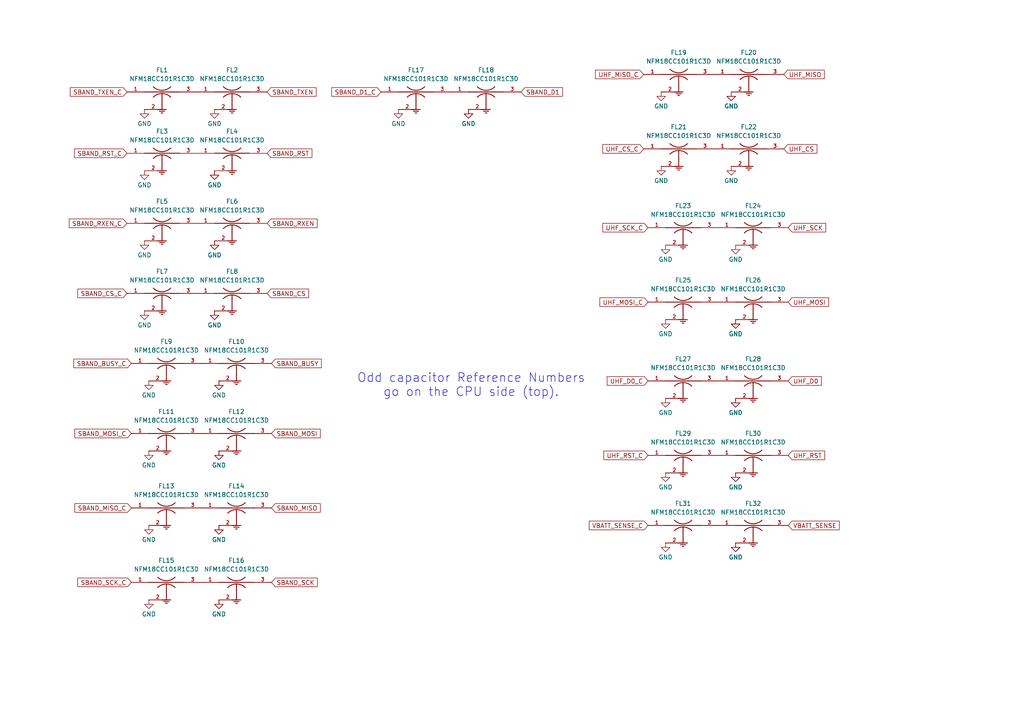
<source format=kicad_sch>
(kicad_sch (version 20250114) (generator "eeschema") (generator_version "9.0")
  (paper "A4")
  (lib_symbols
    (symbol "NFM18CC101R1C3D:NFM18CC101R1C3D" (pin_names (offset 1.016))
      (property "Reference" "FL" (at -5.08 2.54 0))
      (property "Value" "NFM18CC101R1C3D" (at -5.08 -10.16 0))
      (symbol "NFM18CC101R1C3D_0_0"
        (polyline (pts (xy -5.08 0) (xy 5.08 0)) (stroke (width 0.254)))
        (polyline (pts (xy -1.27 -5.08) (xy 1.27 -5.08)) (stroke (width 0.254)))
        (polyline (pts (xy -0.762 -5.588) (xy 0.762 -5.588)) (stroke (width 0.254)))
        (polyline (pts (xy -0.254 -6.096) (xy 0.254 -6.096)) (stroke (width 0.254)))
        (arc (start 2.54 1.524) (mid 0 0.4719) (end -2.54 1.524) (stroke (width 0.254)))
        (polyline (pts (xy 0 -0.508) (xy 0 -5.08)) (stroke (width 0.254)))
        (arc (start -2.54 -1.524) (mid 0 -0.4719) (end 2.54 -1.524) (stroke (width 0.254)))
        (pin input line (at -10.16 0 0) (length 5.08) (name "~") (number "1"))
        (pin power_in line (at -5.08 -5.08 0) (length 5.08) (name "~") (number "2"))
        (pin power_in line (at -5.08 -5.08 0) (length 5.08) (hide yes) (name "~") (number "2_1"))
        (pin power_in line (at -5.08 -5.08 0) (length 5.08) (hide yes) (name "~") (number "2_2"))
        (pin power_in line (at -5.08 -5.08 0) (length 5.08) (hide yes) (name "~") (number "2_3"))
        (pin power_in line (at -5.08 -5.08 0) (length 5.08) (hide yes) (name "~") (number "2_4"))
        (pin output line (at 10.16 0 180) (length 5.08) (name "~") (number "3"))
      )
    )
    (symbol "power:GND" (power) (pin_numbers (hide yes)) (pin_names (offset 0) (hide yes))
      (property "Value" "GND" (at 0 -3.81 0))
      (symbol "GND_0_1"
        (polyline (pts (xy 0 0) (xy 0 -1.27) (xy 1.27 -1.27) (xy 0 -2.54) (xy -1.27 -1.27) (xy 0 -1.27)))
      )
      (symbol "GND_1_1"
        (pin power_in line (at 0 0 270) (length 0) (name "~") (number "1"))
      )
    )
  )
  (text "Odd capacitor Reference Numbers\ngo on the CPU side (top)." (at 136.652 111.76 0) (effects (font (size 2.54 2.54))))
  (global_label "SBAND_TXEN" (shape input) (at 77.47 26.67 0) (property "Intersheetrefs" "${INTERSHEET_REFS}" (effects (hide yes))))
  (global_label "UHF_MISO" (shape input) (at 227.33 21.59 0) (property "Intersheetrefs" "${INTERSHEET_REFS}" (effects (hide yes))))
  (global_label "UHF_CS_C" (shape input) (at 186.69 43.18 180) (property "Intersheetrefs" "${INTERSHEET_REFS}" (effects (hide yes))))
  (global_label "UHF_SCK" (shape input) (at 228.6 66.04 0) (property "Intersheetrefs" "${INTERSHEET_REFS}" (effects (hide yes))))
  (global_label "SBAND_BUSY_C" (shape input) (at 38.1 105.41 180) (property "Intersheetrefs" "${INTERSHEET_REFS}" (effects (hide yes))))
  (global_label "VBATT_SENSE_C" (shape input) (at 187.96 152.4 180) (property "Intersheetrefs" "${INTERSHEET_REFS}" (effects (hide yes))))
  (global_label "UHF_CS" (shape input) (at 227.33 43.18 0) (property "Intersheetrefs" "${INTERSHEET_REFS}" (effects (hide yes))))
  (global_label "SBAND_CS_C" (shape input) (at 36.83 85.09 180) (property "Intersheetrefs" "${INTERSHEET_REFS}" (effects (hide yes))))
  (global_label "SBAND_MOSI_C" (shape input) (at 38.1 125.73 180) (property "Intersheetrefs" "${INTERSHEET_REFS}" (effects (hide yes))))
  (global_label "UHF_RST_C" (shape input) (at 187.96 132.08 180) (property "Intersheetrefs" "${INTERSHEET_REFS}" (effects (hide yes))))
  (global_label "SBAND_D1" (shape input) (at 151.13 26.67 0) (property "Intersheetrefs" "${INTERSHEET_REFS}" (effects (hide yes))))
  (global_label "SBAND_D1_C" (shape input) (at 110.49 26.67 180) (property "Intersheetrefs" "${INTERSHEET_REFS}" (effects (hide yes))))
  (global_label "UHF_MOSI" (shape input) (at 228.6 87.63 0) (property "Intersheetrefs" "${INTERSHEET_REFS}" (effects (hide yes))))
  (global_label "UHF_MISO_C" (shape input) (at 186.69 21.59 180) (property "Intersheetrefs" "${INTERSHEET_REFS}" (effects (hide yes))))
  (global_label "SBAND_RST_C" (shape input) (at 36.83 44.45 180) (property "Intersheetrefs" "${INTERSHEET_REFS}" (effects (hide yes))))
  (global_label "SBAND_RXEN_C" (shape input) (at 36.83 64.77 180) (property "Intersheetrefs" "${INTERSHEET_REFS}" (effects (hide yes))))
  (global_label "SBAND_MOSI" (shape input) (at 78.74 125.73 0) (property "Intersheetrefs" "${INTERSHEET_REFS}" (effects (hide yes))))
  (global_label "UHF_SCK_C" (shape input) (at 187.96 66.04 180) (property "Intersheetrefs" "${INTERSHEET_REFS}" (effects (hide yes))))
  (global_label "SBAND_RST" (shape input) (at 77.47 44.45 0) (property "Intersheetrefs" "${INTERSHEET_REFS}" (effects (hide yes))))
  (global_label "UHF_D0" (shape input) (at 228.6 110.49 0) (property "Intersheetrefs" "${INTERSHEET_REFS}" (effects (hide yes))))
  (global_label "SBAND_TXEN_C" (shape input) (at 36.83 26.67 180) (property "Intersheetrefs" "${INTERSHEET_REFS}" (effects (hide yes))))
  (global_label "UHF_D0_C" (shape input) (at 187.96 110.49 180) (property "Intersheetrefs" "${INTERSHEET_REFS}" (effects (hide yes))))
  (global_label "SBAND_SCK" (shape input) (at 78.74 168.91 0) (property "Intersheetrefs" "${INTERSHEET_REFS}" (effects (hide yes))))
  (global_label "UHF_RST" (shape input) (at 228.6 132.08 0) (property "Intersheetrefs" "${INTERSHEET_REFS}" (effects (hide yes))))
  (global_label "SBAND_SCK_C" (shape input) (at 38.1 168.91 180) (property "Intersheetrefs" "${INTERSHEET_REFS}" (effects (hide yes))))
  (global_label "SBAND_MISO_C" (shape input) (at 38.1 147.32 180) (property "Intersheetrefs" "${INTERSHEET_REFS}" (effects (hide yes))))
  (global_label "SBAND_MISO" (shape input) (at 78.74 147.32 0) (property "Intersheetrefs" "${INTERSHEET_REFS}" (effects (hide yes))))
  (global_label "SBAND_RXEN" (shape input) (at 77.47 64.77 0) (property "Intersheetrefs" "${INTERSHEET_REFS}" (effects (hide yes))))
  (global_label "SBAND_CS" (shape input) (at 77.47 85.09 0) (property "Intersheetrefs" "${INTERSHEET_REFS}" (effects (hide yes))))
  (global_label "VBATT_SENSE" (shape input) (at 228.6 152.4 0) (property "Intersheetrefs" "${INTERSHEET_REFS}" (effects (hide yes))))
  (global_label "SBAND_BUSY" (shape input) (at 78.74 105.41 0) (property "Intersheetrefs" "${INTERSHEET_REFS}" (effects (hide yes))))
  (global_label "UHF_MOSI_C" (shape input) (at 187.96 87.63 180) (property "Intersheetrefs" "${INTERSHEET_REFS}" (effects (hide yes))))
  (symbol (lib_id "NFM18CC101R1C3D:NFM18CC101R1C3D") (at 217.17 21.59 0) (unit 1)
    (property "Reference" "FL20" (at 217.17 15.24 0))
    (property "Value" "NFM18CC101R1C3D" (at 217.17 17.78 0))
    (property "Footprint" "NFM18CC101R1C3D:FIL_NFM18CC101R1C3D" (effects (hide yes)))
    (property "DigiKey_Part_Number" "490-6961-1-ND" (effects (hide yes)))
    (property "MF" "Murata Electronics" (effects (hide yes)))
    (property "DESCRIPTION" "Cap Feed Through 220pF 16VDC 20% Flat 0603 125C" (effects (hide yes)))
    (property "PACKAGE" "0603 Murata" (effects (hide yes)))
    (property "PRICE" "None" (effects (hide yes)))
    (property "Package" "NONSTANDARD" (effects (hide yes)))
    (property "Check_prices" "https://www.snapeda.com/parts/NFM18CC101R1C3D/Murata+Electronics+North+America/view-part/?ref=eda" (effects (hide yes)))
    (property "SnapEDA_Link" "https://www.snapeda.com/parts/NFM18CC101R1C3D/Murata+Electronics+North+America/view-part/?ref=snap" (effects (hide yes)))
    (property "MP" "NFM18CC101R1C3D" (effects (hide yes)))
    (property "AVAILABILITY" "Unavailable" (effects (hide yes)))
    (property "Description_1" "100 pF Feed Through Capacitor 16V 500 mA 300mOhm 0603 (1608 Metric), 3 PC Pad" (effects (hide yes)))
  )
  (symbol (lib_id "power:GND") (at 62.23 69.85 0) (unit 1)
    (property "Reference" "#PWR027" (effects (hide yes)))
    (property "Value" "GND" (at 62.23 73.9855 0))
    (property "Description" "Power symbol creates a global label with name \"GND\" , ground" (effects (hide yes)))
  )
  (symbol (lib_id "power:GND") (at 193.04 157.48 0) (unit 1)
    (property "Reference" "#PWR060" (effects (hide yes)))
    (property "Value" "GND" (at 193.04 161.6155 0))
    (property "Description" "Power symbol creates a global label with name \"GND\" , ground" (effects (hide yes)))
  )
  (symbol (lib_id "power:GND") (at 63.5 173.99 0) (unit 1)
    (property "Reference" "#PWR053" (effects (hide yes)))
    (property "Value" "GND" (at 63.5 178.1255 0))
    (property "Description" "Power symbol creates a global label with name \"GND\" , ground" (effects (hide yes)))
  )
  (symbol (lib_id "NFM18CC101R1C3D:NFM18CC101R1C3D") (at 198.12 110.49 0) (unit 1)
    (property "Reference" "FL27" (at 198.12 104.14 0))
    (property "Value" "NFM18CC101R1C3D" (at 198.12 106.68 0))
    (property "Footprint" "NFM18CC101R1C3D:FIL_NFM18CC101R1C3D" (effects (hide yes)))
    (property "DigiKey_Part_Number" "490-6961-1-ND" (effects (hide yes)))
    (property "MF" "Murata Electronics" (effects (hide yes)))
    (property "DESCRIPTION" "Cap Feed Through 220pF 16VDC 20% Flat 0603 125C" (effects (hide yes)))
    (property "PACKAGE" "0603 Murata" (effects (hide yes)))
    (property "PRICE" "None" (effects (hide yes)))
    (property "Package" "NONSTANDARD" (effects (hide yes)))
    (property "Check_prices" "https://www.snapeda.com/parts/NFM18CC101R1C3D/Murata+Electronics+North+America/view-part/?ref=eda" (effects (hide yes)))
    (property "SnapEDA_Link" "https://www.snapeda.com/parts/NFM18CC101R1C3D/Murata+Electronics+North+America/view-part/?ref=snap" (effects (hide yes)))
    (property "MP" "NFM18CC101R1C3D" (effects (hide yes)))
    (property "AVAILABILITY" "Unavailable" (effects (hide yes)))
    (property "Description_1" "100 pF Feed Through Capacitor 16V 500 mA 300mOhm 0603 (1608 Metric), 3 PC Pad" (effects (hide yes)))
  )
  (symbol (lib_id "NFM18CC101R1C3D:NFM18CC101R1C3D") (at 218.44 87.63 0) (unit 1)
    (property "Reference" "FL26" (at 218.44 81.28 0))
    (property "Value" "NFM18CC101R1C3D" (at 218.44 83.82 0))
    (property "Footprint" "NFM18CC101R1C3D:FIL_NFM18CC101R1C3D" (effects (hide yes)))
    (property "DigiKey_Part_Number" "490-6961-1-ND" (effects (hide yes)))
    (property "MF" "Murata Electronics" (effects (hide yes)))
    (property "DESCRIPTION" "Cap Feed Through 220pF 16VDC 20% Flat 0603 125C" (effects (hide yes)))
    (property "PACKAGE" "0603 Murata" (effects (hide yes)))
    (property "PRICE" "None" (effects (hide yes)))
    (property "Package" "NONSTANDARD" (effects (hide yes)))
    (property "Check_prices" "https://www.snapeda.com/parts/NFM18CC101R1C3D/Murata+Electronics+North+America/view-part/?ref=eda" (effects (hide yes)))
    (property "SnapEDA_Link" "https://www.snapeda.com/parts/NFM18CC101R1C3D/Murata+Electronics+North+America/view-part/?ref=snap" (effects (hide yes)))
    (property "MP" "NFM18CC101R1C3D" (effects (hide yes)))
    (property "AVAILABILITY" "Unavailable" (effects (hide yes)))
    (property "Description_1" "100 pF Feed Through Capacitor 16V 500 mA 300mOhm 0603 (1608 Metric), 3 PC Pad" (effects (hide yes)))
  )
  (symbol (lib_id "power:GND") (at 43.18 152.4 0) (unit 1)
    (property "Reference" "#PWR049" (effects (hide yes)))
    (property "Value" "GND" (at 43.18 156.5355 0))
    (property "Description" "Power symbol creates a global label with name \"GND\" , ground" (effects (hide yes)))
  )
  (symbol (lib_id "NFM18CC101R1C3D:NFM18CC101R1C3D") (at 217.17 43.18 0) (unit 1)
    (property "Reference" "FL22" (at 217.17 36.83 0))
    (property "Value" "NFM18CC101R1C3D" (at 217.17 39.37 0))
    (property "Footprint" "NFM18CC101R1C3D:FIL_NFM18CC101R1C3D" (effects (hide yes)))
    (property "DigiKey_Part_Number" "490-6961-1-ND" (effects (hide yes)))
    (property "MF" "Murata Electronics" (effects (hide yes)))
    (property "DESCRIPTION" "Cap Feed Through 220pF 16VDC 20% Flat 0603 125C" (effects (hide yes)))
    (property "PACKAGE" "0603 Murata" (effects (hide yes)))
    (property "PRICE" "None" (effects (hide yes)))
    (property "Package" "NONSTANDARD" (effects (hide yes)))
    (property "Check_prices" "https://www.snapeda.com/parts/NFM18CC101R1C3D/Murata+Electronics+North+America/view-part/?ref=eda" (effects (hide yes)))
    (property "SnapEDA_Link" "https://www.snapeda.com/parts/NFM18CC101R1C3D/Murata+Electronics+North+America/view-part/?ref=snap" (effects (hide yes)))
    (property "MP" "NFM18CC101R1C3D" (effects (hide yes)))
    (property "AVAILABILITY" "Unavailable" (effects (hide yes)))
    (property "Description_1" "100 pF Feed Through Capacitor 16V 500 mA 300mOhm 0603 (1608 Metric), 3 PC Pad" (effects (hide yes)))
  )
  (symbol (lib_id "power:GND") (at 62.23 90.17 0) (unit 1)
    (property "Reference" "#PWR032" (effects (hide yes)))
    (property "Value" "GND" (at 62.23 94.3055 0))
    (property "Description" "Power symbol creates a global label with name \"GND\" , ground" (effects (hide yes)))
  )
  (symbol (lib_id "power:GND") (at 63.5 152.4 0) (unit 1)
    (property "Reference" "#PWR050" (effects (hide yes)))
    (property "Value" "GND" (at 63.5 156.5355 0))
    (property "Description" "Power symbol creates a global label with name \"GND\" , ground" (effects (hide yes)))
  )
  (symbol (lib_id "power:GND") (at 213.36 71.12 0) (unit 1)
    (property "Reference" "#PWR030" (effects (hide yes)))
    (property "Value" "GND" (at 213.36 75.2555 0))
    (property "Description" "Power symbol creates a global label with name \"GND\" , ground" (effects (hide yes)))
  )
  (symbol (lib_id "power:GND") (at 41.91 69.85 0) (unit 1)
    (property "Reference" "#PWR024" (effects (hide yes)))
    (property "Value" "GND" (at 41.91 73.9855 0))
    (property "Description" "Power symbol creates a global label with name \"GND\" , ground" (effects (hide yes)))
  )
  (symbol (lib_id "NFM18CC101R1C3D:NFM18CC101R1C3D") (at 198.12 87.63 0) (unit 1)
    (property "Reference" "FL25" (at 198.12 81.28 0))
    (property "Value" "NFM18CC101R1C3D" (at 198.12 83.82 0))
    (property "Footprint" "NFM18CC101R1C3D:FIL_NFM18CC101R1C3D" (effects (hide yes)))
    (property "DigiKey_Part_Number" "490-6961-1-ND" (effects (hide yes)))
    (property "MF" "Murata Electronics" (effects (hide yes)))
    (property "DESCRIPTION" "Cap Feed Through 220pF 16VDC 20% Flat 0603 125C" (effects (hide yes)))
    (property "PACKAGE" "0603 Murata" (effects (hide yes)))
    (property "PRICE" "None" (effects (hide yes)))
    (property "Package" "NONSTANDARD" (effects (hide yes)))
    (property "Check_prices" "https://www.snapeda.com/parts/NFM18CC101R1C3D/Murata+Electronics+North+America/view-part/?ref=eda" (effects (hide yes)))
    (property "SnapEDA_Link" "https://www.snapeda.com/parts/NFM18CC101R1C3D/Murata+Electronics+North+America/view-part/?ref=snap" (effects (hide yes)))
    (property "MP" "NFM18CC101R1C3D" (effects (hide yes)))
    (property "AVAILABILITY" "Unavailable" (effects (hide yes)))
    (property "Description_1" "100 pF Feed Through Capacitor 16V 500 mA 300mOhm 0603 (1608 Metric), 3 PC Pad" (effects (hide yes)))
  )
  (symbol (lib_id "NFM18CC101R1C3D:NFM18CC101R1C3D") (at 67.31 64.77 0) (unit 1)
    (property "Reference" "FL6" (at 67.31 58.42 0))
    (property "Value" "NFM18CC101R1C3D" (at 67.31 60.96 0))
    (property "Footprint" "NFM18CC101R1C3D:FIL_NFM18CC101R1C3D" (effects (hide yes)))
    (property "DigiKey_Part_Number" "490-6961-1-ND" (effects (hide yes)))
    (property "MF" "Murata Electronics" (effects (hide yes)))
    (property "DESCRIPTION" "Cap Feed Through 220pF 16VDC 20% Flat 0603 125C" (effects (hide yes)))
    (property "PACKAGE" "0603 Murata" (effects (hide yes)))
    (property "PRICE" "None" (effects (hide yes)))
    (property "Package" "NONSTANDARD" (effects (hide yes)))
    (property "Check_prices" "https://www.snapeda.com/parts/NFM18CC101R1C3D/Murata+Electronics+North+America/view-part/?ref=eda" (effects (hide yes)))
    (property "SnapEDA_Link" "https://www.snapeda.com/parts/NFM18CC101R1C3D/Murata+Electronics+North+America/view-part/?ref=snap" (effects (hide yes)))
    (property "MP" "NFM18CC101R1C3D" (effects (hide yes)))
    (property "AVAILABILITY" "Unavailable" (effects (hide yes)))
    (property "Description_1" "100 pF Feed Through Capacitor 16V 500 mA 300mOhm 0603 (1608 Metric), 3 PC Pad" (effects (hide yes)))
  )
  (symbol (lib_id "power:GND") (at 213.36 92.71 0) (unit 1)
    (property "Reference" "#PWR037" (effects (hide yes)))
    (property "Value" "GND" (at 213.36 96.8455 0))
    (property "Description" "Power symbol creates a global label with name \"GND\" , ground" (effects (hide yes)))
  )
  (symbol (lib_id "power:GND") (at 41.91 31.75 0) (unit 1)
    (property "Reference" "#PWR015" (effects (hide yes)))
    (property "Value" "GND" (at 41.91 35.8855 0))
    (property "Description" "Power symbol creates a global label with name \"GND\" , ground" (effects (hide yes)))
  )
  (symbol (lib_id "power:GND") (at 213.36 92.71 0) (unit 1)
    (property "Reference" "#PWR038" (effects (hide yes)))
    (property "Value" "GND" (at 213.36 96.8455 0))
    (property "Description" "Power symbol creates a global label with name \"GND\" , ground" (effects (hide yes)))
  )
  (symbol (lib_id "power:GND") (at 63.5 130.81 0) (unit 1)
    (property "Reference" "#PWR046" (effects (hide yes)))
    (property "Value" "GND" (at 63.5 134.9455 0))
    (property "Description" "Power symbol creates a global label with name \"GND\" , ground" (effects (hide yes)))
  )
  (symbol (lib_id "power:GND") (at 193.04 115.57 0) (unit 1)
    (property "Reference" "#PWR043" (effects (hide yes)))
    (property "Value" "GND" (at 193.04 119.7055 0))
    (property "Description" "Power symbol creates a global label with name \"GND\" , ground" (effects (hide yes)))
  )
  (symbol (lib_id "NFM18CC101R1C3D:NFM18CC101R1C3D") (at 67.31 85.09 0) (unit 1)
    (property "Reference" "FL8" (at 67.31 78.74 0))
    (property "Value" "NFM18CC101R1C3D" (at 67.31 81.28 0))
    (property "Footprint" "NFM18CC101R1C3D:FIL_NFM18CC101R1C3D" (effects (hide yes)))
    (property "DigiKey_Part_Number" "490-6961-1-ND" (effects (hide yes)))
    (property "MF" "Murata Electronics" (effects (hide yes)))
    (property "DESCRIPTION" "Cap Feed Through 220pF 16VDC 20% Flat 0603 125C" (effects (hide yes)))
    (property "PACKAGE" "0603 Murata" (effects (hide yes)))
    (property "PRICE" "None" (effects (hide yes)))
    (property "Package" "NONSTANDARD" (effects (hide yes)))
    (property "Check_prices" "https://www.snapeda.com/parts/NFM18CC101R1C3D/Murata+Electronics+North+America/view-part/?ref=eda" (effects (hide yes)))
    (property "SnapEDA_Link" "https://www.snapeda.com/parts/NFM18CC101R1C3D/Murata+Electronics+North+America/view-part/?ref=snap" (effects (hide yes)))
    (property "MP" "NFM18CC101R1C3D" (effects (hide yes)))
    (property "AVAILABILITY" "Unavailable" (effects (hide yes)))
    (property "Description_1" "100 pF Feed Through Capacitor 16V 500 mA 300mOhm 0603 (1608 Metric), 3 PC Pad" (effects (hide yes)))
  )
  (symbol (lib_id "power:GND") (at 62.23 69.85 0) (unit 1)
    (property "Reference" "#PWR028" (effects (hide yes)))
    (property "Value" "GND" (at 62.23 73.9855 0))
    (property "Description" "Power symbol creates a global label with name \"GND\" , ground" (effects (hide yes)))
  )
  (symbol (lib_id "NFM18CC101R1C3D:NFM18CC101R1C3D") (at 218.44 66.04 0) (unit 1)
    (property "Reference" "FL24" (at 218.44 59.69 0))
    (property "Value" "NFM18CC101R1C3D" (at 218.44 62.23 0))
    (property "Footprint" "NFM18CC101R1C3D:FIL_NFM18CC101R1C3D" (effects (hide yes)))
    (property "DigiKey_Part_Number" "490-6961-1-ND" (effects (hide yes)))
    (property "MF" "Murata Electronics" (effects (hide yes)))
    (property "DESCRIPTION" "Cap Feed Through 220pF 16VDC 20% Flat 0603 125C" (effects (hide yes)))
    (property "PACKAGE" "0603 Murata" (effects (hide yes)))
    (property "PRICE" "None" (effects (hide yes)))
    (property "Package" "NONSTANDARD" (effects (hide yes)))
    (property "Check_prices" "https://www.snapeda.com/parts/NFM18CC101R1C3D/Murata+Electronics+North+America/view-part/?ref=eda" (effects (hide yes)))
    (property "SnapEDA_Link" "https://www.snapeda.com/parts/NFM18CC101R1C3D/Murata+Electronics+North+America/view-part/?ref=snap" (effects (hide yes)))
    (property "MP" "NFM18CC101R1C3D" (effects (hide yes)))
    (property "AVAILABILITY" "Unavailable" (effects (hide yes)))
    (property "Description_1" "100 pF Feed Through Capacitor 16V 500 mA 300mOhm 0603 (1608 Metric), 3 PC Pad" (effects (hide yes)))
  )
  (symbol (lib_id "NFM18CC101R1C3D:NFM18CC101R1C3D") (at 48.26 105.41 0) (unit 1)
    (property "Reference" "FL9" (at 48.26 99.06 0))
    (property "Value" "NFM18CC101R1C3D" (at 48.26 101.6 0))
    (property "Footprint" "NFM18CC101R1C3D:FIL_NFM18CC101R1C3D" (effects (hide yes)))
    (property "DigiKey_Part_Number" "490-6961-1-ND" (effects (hide yes)))
    (property "MF" "Murata Electronics" (effects (hide yes)))
    (property "DESCRIPTION" "Cap Feed Through 220pF 16VDC 20% Flat 0603 125C" (effects (hide yes)))
    (property "PACKAGE" "0603 Murata" (effects (hide yes)))
    (property "PRICE" "None" (effects (hide yes)))
    (property "Package" "NONSTANDARD" (effects (hide yes)))
    (property "Check_prices" "https://www.snapeda.com/parts/NFM18CC101R1C3D/Murata+Electronics+North+America/view-part/?ref=eda" (effects (hide yes)))
    (property "SnapEDA_Link" "https://www.snapeda.com/parts/NFM18CC101R1C3D/Murata+Electronics+North+America/view-part/?ref=snap" (effects (hide yes)))
    (property "MP" "NFM18CC101R1C3D" (effects (hide yes)))
    (property "AVAILABILITY" "Unavailable" (effects (hide yes)))
    (property "Description_1" "100 pF Feed Through Capacitor 16V 500 mA 300mOhm 0603 (1608 Metric), 3 PC Pad" (effects (hide yes)))
  )
  (symbol (lib_id "NFM18CC101R1C3D:NFM18CC101R1C3D") (at 67.31 26.67 0) (unit 1)
    (property "Reference" "FL2" (at 67.31 20.32 0))
    (property "Value" "NFM18CC101R1C3D" (at 67.31 22.86 0))
    (property "Footprint" "NFM18CC101R1C3D:FIL_NFM18CC101R1C3D" (effects (hide yes)))
    (property "DigiKey_Part_Number" "490-6961-1-ND" (effects (hide yes)))
    (property "MF" "Murata Electronics" (effects (hide yes)))
    (property "DESCRIPTION" "Cap Feed Through 220pF 16VDC 20% Flat 0603 125C" (effects (hide yes)))
    (property "PACKAGE" "0603 Murata" (effects (hide yes)))
    (property "PRICE" "None" (effects (hide yes)))
    (property "Package" "NONSTANDARD" (effects (hide yes)))
    (property "Check_prices" "https://www.snapeda.com/parts/NFM18CC101R1C3D/Murata+Electronics+North+America/view-part/?ref=eda" (effects (hide yes)))
    (property "SnapEDA_Link" "https://www.snapeda.com/parts/NFM18CC101R1C3D/Murata+Electronics+North+America/view-part/?ref=snap" (effects (hide yes)))
    (property "MP" "NFM18CC101R1C3D" (effects (hide yes)))
    (property "AVAILABILITY" "Unavailable" (effects (hide yes)))
    (property "Description_1" "100 pF Feed Through Capacitor 16V 500 mA 300mOhm 0603 (1608 Metric), 3 PC Pad" (effects (hide yes)))
  )
  (symbol (lib_id "power:GND") (at 191.77 48.26 0) (unit 1)
    (property "Reference" "#PWR021" (effects (hide yes)))
    (property "Value" "GND" (at 191.77 52.3955 0))
    (property "Description" "Power symbol creates a global label with name \"GND\" , ground" (effects (hide yes)))
  )
  (symbol (lib_id "power:GND") (at 213.36 157.48 0) (unit 1)
    (property "Reference" "#PWR061" (effects (hide yes)))
    (property "Value" "GND" (at 213.36 161.6155 0))
    (property "Description" "Power symbol creates a global label with name \"GND\" , ground" (effects (hide yes)))
  )
  (symbol (lib_id "power:GND") (at 63.5 130.81 0) (unit 1)
    (property "Reference" "#PWR048" (effects (hide yes)))
    (property "Value" "GND" (at 63.5 134.9455 0))
    (property "Description" "Power symbol creates a global label with name \"GND\" , ground" (effects (hide yes)))
  )
  (symbol (lib_id "power:GND") (at 212.09 26.67 0) (unit 1)
    (property "Reference" "#PWR014" (effects (hide yes)))
    (property "Value" "GND" (at 212.09 30.8055 0))
    (property "Description" "Power symbol creates a global label with name \"GND\" , ground" (effects (hide yes)))
  )
  (symbol (lib_id "power:GND") (at 63.5 173.99 0) (unit 1)
    (property "Reference" "#PWR054" (effects (hide yes)))
    (property "Value" "GND" (at 63.5 178.1255 0))
    (property "Description" "Power symbol creates a global label with name \"GND\" , ground" (effects (hide yes)))
  )
  (symbol (lib_id "power:GND") (at 135.89 31.75 0) (unit 1)
    (property "Reference" "#PWR018" (effects (hide yes)))
    (property "Value" "GND" (at 135.89 35.8855 0))
    (property "Description" "Power symbol creates a global label with name \"GND\" , ground" (effects (hide yes)))
  )
  (symbol (lib_id "power:GND") (at 62.23 49.53 0) (unit 1)
    (property "Reference" "#PWR022" (effects (hide yes)))
    (property "Value" "GND" (at 62.23 53.6655 0))
    (property "Description" "Power symbol creates a global label with name \"GND\" , ground" (effects (hide yes)))
  )
  (symbol (lib_id "NFM18CC101R1C3D:NFM18CC101R1C3D") (at 196.85 21.59 0) (unit 1)
    (property "Reference" "FL19" (at 196.85 15.24 0))
    (property "Value" "NFM18CC101R1C3D" (at 196.85 17.78 0))
    (property "Footprint" "NFM18CC101R1C3D:FIL_NFM18CC101R1C3D" (effects (hide yes)))
    (property "DigiKey_Part_Number" "490-6961-1-ND" (effects (hide yes)))
    (property "MF" "Murata Electronics" (effects (hide yes)))
    (property "DESCRIPTION" "Cap Feed Through 220pF 16VDC 20% Flat 0603 125C" (effects (hide yes)))
    (property "PACKAGE" "0603 Murata" (effects (hide yes)))
    (property "PRICE" "None" (effects (hide yes)))
    (property "Package" "NONSTANDARD" (effects (hide yes)))
    (property "Check_prices" "https://www.snapeda.com/parts/NFM18CC101R1C3D/Murata+Electronics+North+America/view-part/?ref=eda" (effects (hide yes)))
    (property "SnapEDA_Link" "https://www.snapeda.com/parts/NFM18CC101R1C3D/Murata+Electronics+North+America/view-part/?ref=snap" (effects (hide yes)))
    (property "MP" "NFM18CC101R1C3D" (effects (hide yes)))
    (property "AVAILABILITY" "Unavailable" (effects (hide yes)))
    (property "Description_1" "100 pF Feed Through Capacitor 16V 500 mA 300mOhm 0603 (1608 Metric), 3 PC Pad" (effects (hide yes)))
  )
  (symbol (lib_id "NFM18CC101R1C3D:NFM18CC101R1C3D") (at 196.85 43.18 0) (unit 1)
    (property "Reference" "FL21" (at 196.85 36.83 0))
    (property "Value" "NFM18CC101R1C3D" (at 196.85 39.37 0))
    (property "Footprint" "NFM18CC101R1C3D:FIL_NFM18CC101R1C3D" (effects (hide yes)))
    (property "DigiKey_Part_Number" "490-6961-1-ND" (effects (hide yes)))
    (property "MF" "Murata Electronics" (effects (hide yes)))
    (property "DESCRIPTION" "Cap Feed Through 220pF 16VDC 20% Flat 0603 125C" (effects (hide yes)))
    (property "PACKAGE" "0603 Murata" (effects (hide yes)))
    (property "PRICE" "None" (effects (hide yes)))
    (property "Package" "NONSTANDARD" (effects (hide yes)))
    (property "Check_prices" "https://www.snapeda.com/parts/NFM18CC101R1C3D/Murata+Electronics+North+America/view-part/?ref=eda" (effects (hide yes)))
    (property "SnapEDA_Link" "https://www.snapeda.com/parts/NFM18CC101R1C3D/Murata+Electronics+North+America/view-part/?ref=snap" (effects (hide yes)))
    (property "MP" "NFM18CC101R1C3D" (effects (hide yes)))
    (property "AVAILABILITY" "Unavailable" (effects (hide yes)))
    (property "Description_1" "100 pF Feed Through Capacitor 16V 500 mA 300mOhm 0603 (1608 Metric), 3 PC Pad" (effects (hide yes)))
  )
  (symbol (lib_id "NFM18CC101R1C3D:NFM18CC101R1C3D") (at 46.99 85.09 0) (unit 1)
    (property "Reference" "FL7" (at 46.99 78.74 0))
    (property "Value" "NFM18CC101R1C3D" (at 46.99 81.28 0))
    (property "Footprint" "NFM18CC101R1C3D:FIL_NFM18CC101R1C3D" (effects (hide yes)))
    (property "DigiKey_Part_Number" "490-6961-1-ND" (effects (hide yes)))
    (property "MF" "Murata Electronics" (effects (hide yes)))
    (property "DESCRIPTION" "Cap Feed Through 220pF 16VDC 20% Flat 0603 125C" (effects (hide yes)))
    (property "PACKAGE" "0603 Murata" (effects (hide yes)))
    (property "PRICE" "None" (effects (hide yes)))
    (property "Package" "NONSTANDARD" (effects (hide yes)))
    (property "Check_prices" "https://www.snapeda.com/parts/NFM18CC101R1C3D/Murata+Electronics+North+America/view-part/?ref=eda" (effects (hide yes)))
    (property "SnapEDA_Link" "https://www.snapeda.com/parts/NFM18CC101R1C3D/Murata+Electronics+North+America/view-part/?ref=snap" (effects (hide yes)))
    (property "MP" "NFM18CC101R1C3D" (effects (hide yes)))
    (property "AVAILABILITY" "Unavailable" (effects (hide yes)))
    (property "Description_1" "100 pF Feed Through Capacitor 16V 500 mA 300mOhm 0603 (1608 Metric), 3 PC Pad" (effects (hide yes)))
  )
  (symbol (lib_id "NFM18CC101R1C3D:NFM18CC101R1C3D") (at 68.58 168.91 0) (unit 1)
    (property "Reference" "FL16" (at 68.58 162.56 0))
    (property "Value" "NFM18CC101R1C3D" (at 68.58 165.1 0))
    (property "Footprint" "NFM18CC101R1C3D:FIL_NFM18CC101R1C3D" (effects (hide yes)))
    (property "DigiKey_Part_Number" "490-6961-1-ND" (effects (hide yes)))
    (property "MF" "Murata Electronics" (effects (hide yes)))
    (property "DESCRIPTION" "Cap Feed Through 220pF 16VDC 20% Flat 0603 125C" (effects (hide yes)))
    (property "PACKAGE" "0603 Murata" (effects (hide yes)))
    (property "PRICE" "None" (effects (hide yes)))
    (property "Package" "NONSTANDARD" (effects (hide yes)))
    (property "Check_prices" "https://www.snapeda.com/parts/NFM18CC101R1C3D/Murata+Electronics+North+America/view-part/?ref=eda" (effects (hide yes)))
    (property "SnapEDA_Link" "https://www.snapeda.com/parts/NFM18CC101R1C3D/Murata+Electronics+North+America/view-part/?ref=snap" (effects (hide yes)))
    (property "MP" "NFM18CC101R1C3D" (effects (hide yes)))
    (property "AVAILABILITY" "Unavailable" (effects (hide yes)))
    (property "Description_1" "100 pF Feed Through Capacitor 16V 500 mA 300mOhm 0603 (1608 Metric), 3 PC Pad" (effects (hide yes)))
  )
  (symbol (lib_id "NFM18CC101R1C3D:NFM18CC101R1C3D") (at 46.99 44.45 0) (unit 1)
    (property "Reference" "FL3" (at 46.99 38.1 0))
    (property "Value" "NFM18CC101R1C3D" (at 46.99 40.64 0))
    (property "Footprint" "NFM18CC101R1C3D:FIL_NFM18CC101R1C3D" (effects (hide yes)))
    (property "DigiKey_Part_Number" "490-6961-1-ND" (effects (hide yes)))
    (property "MF" "Murata Electronics" (effects (hide yes)))
    (property "DESCRIPTION" "Cap Feed Through 220pF 16VDC 20% Flat 0603 125C" (effects (hide yes)))
    (property "PACKAGE" "0603 Murata" (effects (hide yes)))
    (property "PRICE" "None" (effects (hide yes)))
    (property "Package" "NONSTANDARD" (effects (hide yes)))
    (property "Check_prices" "https://www.snapeda.com/parts/NFM18CC101R1C3D/Murata+Electronics+North+America/view-part/?ref=eda" (effects (hide yes)))
    (property "SnapEDA_Link" "https://www.snapeda.com/parts/NFM18CC101R1C3D/Murata+Electronics+North+America/view-part/?ref=snap" (effects (hide yes)))
    (property "MP" "NFM18CC101R1C3D" (effects (hide yes)))
    (property "AVAILABILITY" "Unavailable" (effects (hide yes)))
    (property "Description_1" "100 pF Feed Through Capacitor 16V 500 mA 300mOhm 0603 (1608 Metric), 3 PC Pad" (effects (hide yes)))
  )
  (symbol (lib_id "NFM18CC101R1C3D:NFM18CC101R1C3D") (at 140.97 26.67 0) (unit 1)
    (property "Reference" "FL18" (at 140.97 20.32 0))
    (property "Value" "NFM18CC101R1C3D" (at 140.97 22.86 0))
    (property "Footprint" "NFM18CC101R1C3D:FIL_NFM18CC101R1C3D" (effects (hide yes)))
    (property "DigiKey_Part_Number" "490-6961-1-ND" (effects (hide yes)))
    (property "MF" "Murata Electronics" (effects (hide yes)))
    (property "DESCRIPTION" "Cap Feed Through 220pF 16VDC 20% Flat 0603 125C" (effects (hide yes)))
    (property "PACKAGE" "0603 Murata" (effects (hide yes)))
    (property "PRICE" "None" (effects (hide yes)))
    (property "Package" "NONSTANDARD" (effects (hide yes)))
    (property "Check_prices" "https://www.snapeda.com/parts/NFM18CC101R1C3D/Murata+Electronics+North+America/view-part/?ref=eda" (effects (hide yes)))
    (property "SnapEDA_Link" "https://www.snapeda.com/parts/NFM18CC101R1C3D/Murata+Electronics+North+America/view-part/?ref=snap" (effects (hide yes)))
    (property "MP" "NFM18CC101R1C3D" (effects (hide yes)))
    (property "AVAILABILITY" "Unavailable" (effects (hide yes)))
    (property "Description_1" "100 pF Feed Through Capacitor 16V 500 mA 300mOhm 0603 (1608 Metric), 3 PC Pad" (effects (hide yes)))
  )
  (symbol (lib_id "NFM18CC101R1C3D:NFM18CC101R1C3D") (at 198.12 132.08 0) (unit 1)
    (property "Reference" "FL29" (at 198.12 125.73 0))
    (property "Value" "NFM18CC101R1C3D" (at 198.12 128.27 0))
    (property "Footprint" "NFM18CC101R1C3D:FIL_NFM18CC101R1C3D" (effects (hide yes)))
    (property "DigiKey_Part_Number" "490-6961-1-ND" (effects (hide yes)))
    (property "MF" "Murata Electronics" (effects (hide yes)))
    (property "DESCRIPTION" "Cap Feed Through 220pF 16VDC 20% Flat 0603 125C" (effects (hide yes)))
    (property "PACKAGE" "0603 Murata" (effects (hide yes)))
    (property "PRICE" "None" (effects (hide yes)))
    (property "Package" "NONSTANDARD" (effects (hide yes)))
    (property "Check_prices" "https://www.snapeda.com/parts/NFM18CC101R1C3D/Murata+Electronics+North+America/view-part/?ref=eda" (effects (hide yes)))
    (property "SnapEDA_Link" "https://www.snapeda.com/parts/NFM18CC101R1C3D/Murata+Electronics+North+America/view-part/?ref=snap" (effects (hide yes)))
    (property "MP" "NFM18CC101R1C3D" (effects (hide yes)))
    (property "AVAILABILITY" "Unavailable" (effects (hide yes)))
    (property "Description_1" "100 pF Feed Through Capacitor 16V 500 mA 300mOhm 0603 (1608 Metric), 3 PC Pad" (effects (hide yes)))
  )
  (symbol (lib_id "power:GND") (at 63.5 152.4 0) (unit 1)
    (property "Reference" "#PWR051" (effects (hide yes)))
    (property "Value" "GND" (at 63.5 156.5355 0))
    (property "Description" "Power symbol creates a global label with name \"GND\" , ground" (effects (hide yes)))
  )
  (symbol (lib_id "power:GND") (at 63.5 110.49 0) (unit 1)
    (property "Reference" "#PWR039" (effects (hide yes)))
    (property "Value" "GND" (effects (hide yes)))
    (property "Description" "Power symbol creates a global label with name \"GND\" , ground" (effects (hide yes)))
  )
  (symbol (lib_id "power:GND") (at 43.18 110.49 0) (unit 1)
    (property "Reference" "#PWR036" (effects (hide yes)))
    (property "Value" "GND" (at 43.18 114.6255 0))
    (property "Description" "Power symbol creates a global label with name \"GND\" , ground" (effects (hide yes)))
  )
  (symbol (lib_id "NFM18CC101R1C3D:NFM18CC101R1C3D") (at 68.58 105.41 0) (unit 1)
    (property "Reference" "FL10" (at 68.58 99.06 0))
    (property "Value" "NFM18CC101R1C3D" (at 68.58 101.6 0))
    (property "Footprint" "NFM18CC101R1C3D:FIL_NFM18CC101R1C3D" (effects (hide yes)))
    (property "DigiKey_Part_Number" "490-6961-1-ND" (effects (hide yes)))
    (property "MF" "Murata Electronics" (effects (hide yes)))
    (property "DESCRIPTION" "Cap Feed Through 220pF 16VDC 20% Flat 0603 125C" (effects (hide yes)))
    (property "PACKAGE" "0603 Murata" (effects (hide yes)))
    (property "PRICE" "None" (effects (hide yes)))
    (property "Package" "NONSTANDARD" (effects (hide yes)))
    (property "Check_prices" "https://www.snapeda.com/parts/NFM18CC101R1C3D/Murata+Electronics+North+America/view-part/?ref=eda" (effects (hide yes)))
    (property "SnapEDA_Link" "https://www.snapeda.com/parts/NFM18CC101R1C3D/Murata+Electronics+North+America/view-part/?ref=snap" (effects (hide yes)))
    (property "MP" "NFM18CC101R1C3D" (effects (hide yes)))
    (property "AVAILABILITY" "Unavailable" (effects (hide yes)))
    (property "Description_1" "100 pF Feed Through Capacitor 16V 500 mA 300mOhm 0603 (1608 Metric), 3 PC Pad" (effects (hide yes)))
  )
  (symbol (lib_id "NFM18CC101R1C3D:NFM18CC101R1C3D") (at 67.31 44.45 0) (unit 1)
    (property "Reference" "FL4" (at 67.31 38.1 0))
    (property "Value" "NFM18CC101R1C3D" (at 67.31 40.64 0))
    (property "Footprint" "NFM18CC101R1C3D:FIL_NFM18CC101R1C3D" (effects (hide yes)))
    (property "DigiKey_Part_Number" "490-6961-1-ND" (effects (hide yes)))
    (property "MF" "Murata Electronics" (effects (hide yes)))
    (property "DESCRIPTION" "Cap Feed Through 220pF 16VDC 20% Flat 0603 125C" (effects (hide yes)))
    (property "PACKAGE" "0603 Murata" (effects (hide yes)))
    (property "PRICE" "None" (effects (hide yes)))
    (property "Package" "NONSTANDARD" (effects (hide yes)))
    (property "Check_prices" "https://www.snapeda.com/parts/NFM18CC101R1C3D/Murata+Electronics+North+America/view-part/?ref=eda" (effects (hide yes)))
    (property "SnapEDA_Link" "https://www.snapeda.com/parts/NFM18CC101R1C3D/Murata+Electronics+North+America/view-part/?ref=snap" (effects (hide yes)))
    (property "MP" "NFM18CC101R1C3D" (effects (hide yes)))
    (property "AVAILABILITY" "Unavailable" (effects (hide yes)))
    (property "Description_1" "100 pF Feed Through Capacitor 16V 500 mA 300mOhm 0603 (1608 Metric), 3 PC Pad" (effects (hide yes)))
  )
  (symbol (lib_id "power:GND") (at 43.18 130.81 0) (unit 1)
    (property "Reference" "#PWR045" (effects (hide yes)))
    (property "Value" "GND" (at 43.18 134.9455 0))
    (property "Description" "Power symbol creates a global label with name \"GND\" , ground" (effects (hide yes)))
  )
  (symbol (lib_id "NFM18CC101R1C3D:NFM18CC101R1C3D") (at 218.44 110.49 0) (unit 1)
    (property "Reference" "FL28" (at 218.44 104.14 0))
    (property "Value" "NFM18CC101R1C3D" (at 218.44 106.68 0))
    (property "Footprint" "NFM18CC101R1C3D:FIL_NFM18CC101R1C3D" (effects (hide yes)))
    (property "DigiKey_Part_Number" "490-6961-1-ND" (effects (hide yes)))
    (property "MF" "Murata Electronics" (effects (hide yes)))
    (property "DESCRIPTION" "Cap Feed Through 220pF 16VDC 20% Flat 0603 125C" (effects (hide yes)))
    (property "PACKAGE" "0603 Murata" (effects (hide yes)))
    (property "PRICE" "None" (effects (hide yes)))
    (property "Package" "NONSTANDARD" (effects (hide yes)))
    (property "Check_prices" "https://www.snapeda.com/parts/NFM18CC101R1C3D/Murata+Electronics+North+America/view-part/?ref=eda" (effects (hide yes)))
    (property "SnapEDA_Link" "https://www.snapeda.com/parts/NFM18CC101R1C3D/Murata+Electronics+North+America/view-part/?ref=snap" (effects (hide yes)))
    (property "MP" "NFM18CC101R1C3D" (effects (hide yes)))
    (property "AVAILABILITY" "Unavailable" (effects (hide yes)))
    (property "Description_1" "100 pF Feed Through Capacitor 16V 500 mA 300mOhm 0603 (1608 Metric), 3 PC Pad" (effects (hide yes)))
  )
  (symbol (lib_id "power:GND") (at 212.09 48.26 0) (unit 1)
    (property "Reference" "#PWR026" (effects (hide yes)))
    (property "Value" "GND" (at 212.09 52.3955 0))
    (property "Description" "Power symbol creates a global label with name \"GND\" , ground" (effects (hide yes)))
  )
  (symbol (lib_id "NFM18CC101R1C3D:NFM18CC101R1C3D") (at 46.99 64.77 0) (unit 1)
    (property "Reference" "FL5" (at 46.99 58.42 0))
    (property "Value" "NFM18CC101R1C3D" (at 46.99 60.96 0))
    (property "Footprint" "NFM18CC101R1C3D:FIL_NFM18CC101R1C3D" (effects (hide yes)))
    (property "DigiKey_Part_Number" "490-6961-1-ND" (effects (hide yes)))
    (property "MF" "Murata Electronics" (effects (hide yes)))
    (property "DESCRIPTION" "Cap Feed Through 220pF 16VDC 20% Flat 0603 125C" (effects (hide yes)))
    (property "PACKAGE" "0603 Murata" (effects (hide yes)))
    (property "PRICE" "None" (effects (hide yes)))
    (property "Package" "NONSTANDARD" (effects (hide yes)))
    (property "Check_prices" "https://www.snapeda.com/parts/NFM18CC101R1C3D/Murata+Electronics+North+America/view-part/?ref=eda" (effects (hide yes)))
    (property "SnapEDA_Link" "https://www.snapeda.com/parts/NFM18CC101R1C3D/Murata+Electronics+North+America/view-part/?ref=snap" (effects (hide yes)))
    (property "MP" "NFM18CC101R1C3D" (effects (hide yes)))
    (property "AVAILABILITY" "Unavailable" (effects (hide yes)))
    (property "Description_1" "100 pF Feed Through Capacitor 16V 500 mA 300mOhm 0603 (1608 Metric), 3 PC Pad" (effects (hide yes)))
  )
  (symbol (lib_id "NFM18CC101R1C3D:NFM18CC101R1C3D") (at 120.65 26.67 0) (unit 1)
    (property "Reference" "FL17" (at 120.65 20.32 0))
    (property "Value" "NFM18CC101R1C3D" (at 120.65 22.86 0))
    (property "Footprint" "NFM18CC101R1C3D:FIL_NFM18CC101R1C3D" (effects (hide yes)))
    (property "DigiKey_Part_Number" "490-6961-1-ND" (effects (hide yes)))
    (property "MF" "Murata Electronics" (effects (hide yes)))
    (property "DESCRIPTION" "Cap Feed Through 220pF 16VDC 20% Flat 0603 125C" (effects (hide yes)))
    (property "PACKAGE" "0603 Murata" (effects (hide yes)))
    (property "PRICE" "None" (effects (hide yes)))
    (property "Package" "NONSTANDARD" (effects (hide yes)))
    (property "Check_prices" "https://www.snapeda.com/parts/NFM18CC101R1C3D/Murata+Electronics+North+America/view-part/?ref=eda" (effects (hide yes)))
    (property "SnapEDA_Link" "https://www.snapeda.com/parts/NFM18CC101R1C3D/Murata+Electronics+North+America/view-part/?ref=snap" (effects (hide yes)))
    (property "MP" "NFM18CC101R1C3D" (effects (hide yes)))
    (property "AVAILABILITY" "Unavailable" (effects (hide yes)))
    (property "Description_1" "100 pF Feed Through Capacitor 16V 500 mA 300mOhm 0603 (1608 Metric), 3 PC Pad" (effects (hide yes)))
  )
  (symbol (lib_id "power:GND") (at 62.23 31.75 0) (unit 1)
    (property "Reference" "#PWR016" (effects (hide yes)))
    (property "Value" "GND" (at 62.23 35.8855 0))
    (property "Description" "Power symbol creates a global label with name \"GND\" , ground" (effects (hide yes)))
  )
  (symbol (lib_id "power:GND") (at 213.36 115.57 0) (unit 1)
    (property "Reference" "#PWR044" (effects (hide yes)))
    (property "Value" "GND" (at 213.36 119.7055 0))
    (property "Description" "Power symbol creates a global label with name \"GND\" , ground" (effects (hide yes)))
  )
  (symbol (lib_id "NFM18CC101R1C3D:NFM18CC101R1C3D") (at 218.44 132.08 0) (unit 1)
    (property "Reference" "FL30" (at 218.44 125.73 0))
    (property "Value" "NFM18CC101R1C3D" (at 218.44 128.27 0))
    (property "Footprint" "NFM18CC101R1C3D:FIL_NFM18CC101R1C3D" (effects (hide yes)))
    (property "DigiKey_Part_Number" "490-6961-1-ND" (effects (hide yes)))
    (property "MF" "Murata Electronics" (effects (hide yes)))
    (property "DESCRIPTION" "Cap Feed Through 220pF 16VDC 20% Flat 0603 125C" (effects (hide yes)))
    (property "PACKAGE" "0603 Murata" (effects (hide yes)))
    (property "PRICE" "None" (effects (hide yes)))
    (property "Package" "NONSTANDARD" (effects (hide yes)))
    (property "Check_prices" "https://www.snapeda.com/parts/NFM18CC101R1C3D/Murata+Electronics+North+America/view-part/?ref=eda" (effects (hide yes)))
    (property "SnapEDA_Link" "https://www.snapeda.com/parts/NFM18CC101R1C3D/Murata+Electronics+North+America/view-part/?ref=snap" (effects (hide yes)))
    (property "MP" "NFM18CC101R1C3D" (effects (hide yes)))
    (property "AVAILABILITY" "Unavailable" (effects (hide yes)))
    (property "Description_1" "100 pF Feed Through Capacitor 16V 500 mA 300mOhm 0603 (1608 Metric), 3 PC Pad" (effects (hide yes)))
  )
  (symbol (lib_id "power:GND") (at 115.57 31.75 0) (unit 1)
    (property "Reference" "#PWR017" (effects (hide yes)))
    (property "Value" "GND" (at 115.57 35.8855 0))
    (property "Description" "Power symbol creates a global label with name \"GND\" , ground" (effects (hide yes)))
  )
  (symbol (lib_id "power:GND") (at 212.09 26.67 0) (unit 1)
    (property "Reference" "#PWR020" (effects (hide yes)))
    (property "Value" "GND" (at 212.09 30.8055 0))
    (property "Description" "Power symbol creates a global label with name \"GND\" , ground" (effects (hide yes)))
  )
  (symbol (lib_id "power:GND") (at 62.23 49.53 0) (unit 1)
    (property "Reference" "#PWR023" (effects (hide yes)))
    (property "Value" "GND" (at 62.23 53.6655 0))
    (property "Description" "Power symbol creates a global label with name \"GND\" , ground" (effects (hide yes)))
  )
  (symbol (lib_id "power:GND") (at 213.36 137.16 0) (unit 1)
    (property "Reference" "#PWR058" (effects (hide yes)))
    (property "Value" "GND" (at 213.36 141.2955 0))
    (property "Description" "Power symbol creates a global label with name \"GND\" , ground" (effects (hide yes)))
  )
  (symbol (lib_id "power:GND") (at 213.36 137.16 0) (unit 1)
    (property "Reference" "#PWR059" (effects (hide yes)))
    (property "Value" "GND" (at 213.36 141.2955 0))
    (property "Description" "Power symbol creates a global label with name \"GND\" , ground" (effects (hide yes)))
  )
  (symbol (lib_id "NFM18CC101R1C3D:NFM18CC101R1C3D") (at 68.58 125.73 0) (unit 1)
    (property "Reference" "FL12" (at 68.58 119.38 0))
    (property "Value" "NFM18CC101R1C3D" (at 68.58 121.92 0))
    (property "Footprint" "NFM18CC101R1C3D:FIL_NFM18CC101R1C3D" (effects (hide yes)))
    (property "DigiKey_Part_Number" "490-6961-1-ND" (effects (hide yes)))
    (property "MF" "Murata Electronics" (effects (hide yes)))
    (property "DESCRIPTION" "Cap Feed Through 220pF 16VDC 20% Flat 0603 125C" (effects (hide yes)))
    (property "PACKAGE" "0603 Murata" (effects (hide yes)))
    (property "PRICE" "None" (effects (hide yes)))
    (property "Package" "NONSTANDARD" (effects (hide yes)))
    (property "Check_prices" "https://www.snapeda.com/parts/NFM18CC101R1C3D/Murata+Electronics+North+America/view-part/?ref=eda" (effects (hide yes)))
    (property "SnapEDA_Link" "https://www.snapeda.com/parts/NFM18CC101R1C3D/Murata+Electronics+North+America/view-part/?ref=snap" (effects (hide yes)))
    (property "MP" "NFM18CC101R1C3D" (effects (hide yes)))
    (property "AVAILABILITY" "Unavailable" (effects (hide yes)))
    (property "Description_1" "100 pF Feed Through Capacitor 16V 500 mA 300mOhm 0603 (1608 Metric), 3 PC Pad" (effects (hide yes)))
  )
  (symbol (lib_id "power:GND") (at 62.23 90.17 0) (unit 1)
    (property "Reference" "#PWR035" (effects (hide yes)))
    (property "Value" "GND" (at 62.23 94.3055 0))
    (property "Description" "Power symbol creates a global label with name \"GND\" , ground" (effects (hide yes)))
  )
  (symbol (lib_id "power:GND") (at 41.91 90.17 0) (unit 1)
    (property "Reference" "#PWR031" (effects (hide yes)))
    (property "Value" "GND" (at 41.91 94.3055 0))
    (property "Description" "Power symbol creates a global label with name \"GND\" , ground" (effects (hide yes)))
  )
  (symbol (lib_id "NFM18CC101R1C3D:NFM18CC101R1C3D") (at 198.12 66.04 0) (unit 1)
    (property "Reference" "FL23" (at 198.12 59.69 0))
    (property "Value" "NFM18CC101R1C3D" (at 198.12 62.23 0))
    (property "Footprint" "NFM18CC101R1C3D:FIL_NFM18CC101R1C3D" (effects (hide yes)))
    (property "DigiKey_Part_Number" "490-6961-1-ND" (effects (hide yes)))
    (property "MF" "Murata Electronics" (effects (hide yes)))
    (property "DESCRIPTION" "Cap Feed Through 220pF 16VDC 20% Flat 0603 125C" (effects (hide yes)))
    (property "PACKAGE" "0603 Murata" (effects (hide yes)))
    (property "PRICE" "None" (effects (hide yes)))
    (property "Package" "NONSTANDARD" (effects (hide yes)))
    (property "Check_prices" "https://www.snapeda.com/parts/NFM18CC101R1C3D/Murata+Electronics+North+America/view-part/?ref=eda" (effects (hide yes)))
    (property "SnapEDA_Link" "https://www.snapeda.com/parts/NFM18CC101R1C3D/Murata+Electronics+North+America/view-part/?ref=snap" (effects (hide yes)))
    (property "MP" "NFM18CC101R1C3D" (effects (hide yes)))
    (property "AVAILABILITY" "Unavailable" (effects (hide yes)))
    (property "Description_1" "100 pF Feed Through Capacitor 16V 500 mA 300mOhm 0603 (1608 Metric), 3 PC Pad" (effects (hide yes)))
  )
  (symbol (lib_id "power:GND") (at 193.04 137.16 0) (unit 1)
    (property "Reference" "#PWR057" (effects (hide yes)))
    (property "Value" "GND" (at 193.04 141.2955 0))
    (property "Description" "Power symbol creates a global label with name \"GND\" , ground" (effects (hide yes)))
  )
  (symbol (lib_id "power:GND") (at 213.36 157.48 0) (unit 1)
    (property "Reference" "#PWR062" (effects (hide yes)))
    (property "Value" "GND" (at 213.36 161.6155 0))
    (property "Description" "Power symbol creates a global label with name \"GND\" , ground" (effects (hide yes)))
  )
  (symbol (lib_id "power:GND") (at 193.04 92.71 0) (unit 1)
    (property "Reference" "#PWR034" (effects (hide yes)))
    (property "Value" "GND" (at 193.04 96.8455 0))
    (property "Description" "Power symbol creates a global label with name \"GND\" , ground" (effects (hide yes)))
  )
  (symbol (lib_id "NFM18CC101R1C3D:NFM18CC101R1C3D") (at 48.26 125.73 0) (unit 1)
    (property "Reference" "FL11" (at 48.26 119.38 0))
    (property "Value" "NFM18CC101R1C3D" (at 48.26 121.92 0))
    (property "Footprint" "NFM18CC101R1C3D:FIL_NFM18CC101R1C3D" (effects (hide yes)))
    (property "DigiKey_Part_Number" "490-6961-1-ND" (effects (hide yes)))
    (property "MF" "Murata Electronics" (effects (hide yes)))
    (property "DESCRIPTION" "Cap Feed Through 220pF 16VDC 20% Flat 0603 125C" (effects (hide yes)))
    (property "PACKAGE" "0603 Murata" (effects (hide yes)))
    (property "PRICE" "None" (effects (hide yes)))
    (property "Package" "NONSTANDARD" (effects (hide yes)))
    (property "Check_prices" "https://www.snapeda.com/parts/NFM18CC101R1C3D/Murata+Electronics+North+America/view-part/?ref=eda" (effects (hide yes)))
    (property "SnapEDA_Link" "https://www.snapeda.com/parts/NFM18CC101R1C3D/Murata+Electronics+North+America/view-part/?ref=snap" (effects (hide yes)))
    (property "MP" "NFM18CC101R1C3D" (effects (hide yes)))
    (property "AVAILABILITY" "Unavailable" (effects (hide yes)))
    (property "Description_1" "100 pF Feed Through Capacitor 16V 500 mA 300mOhm 0603 (1608 Metric), 3 PC Pad" (effects (hide yes)))
  )
  (symbol (lib_id "power:GND") (at 213.36 115.57 0) (unit 1)
    (property "Reference" "#PWR056" (effects (hide yes)))
    (property "Value" "GND" (at 213.36 119.7055 0))
    (property "Description" "Power symbol creates a global label with name \"GND\" , ground" (effects (hide yes)))
  )
  (symbol (lib_id "NFM18CC101R1C3D:NFM18CC101R1C3D") (at 218.44 152.4 0) (unit 1)
    (property "Reference" "FL32" (at 218.44 146.05 0))
    (property "Value" "NFM18CC101R1C3D" (at 218.44 148.59 0))
    (property "Footprint" "NFM18CC101R1C3D:FIL_NFM18CC101R1C3D" (effects (hide yes)))
    (property "DigiKey_Part_Number" "490-6961-1-ND" (effects (hide yes)))
    (property "MF" "Murata Electronics" (effects (hide yes)))
    (property "DESCRIPTION" "Cap Feed Through 220pF 16VDC 20% Flat 0603 125C" (effects (hide yes)))
    (property "PACKAGE" "0603 Murata" (effects (hide yes)))
    (property "PRICE" "None" (effects (hide yes)))
    (property "Package" "NONSTANDARD" (effects (hide yes)))
    (property "Check_prices" "https://www.snapeda.com/parts/NFM18CC101R1C3D/Murata+Electronics+North+America/view-part/?ref=eda" (effects (hide yes)))
    (property "SnapEDA_Link" "https://www.snapeda.com/parts/NFM18CC101R1C3D/Murata+Electronics+North+America/view-part/?ref=snap" (effects (hide yes)))
    (property "MP" "NFM18CC101R1C3D" (effects (hide yes)))
    (property "AVAILABILITY" "Unavailable" (effects (hide yes)))
    (property "Description_1" "100 pF Feed Through Capacitor 16V 500 mA 300mOhm 0603 (1608 Metric), 3 PC Pad" (effects (hide yes)))
  )
  (symbol (lib_id "power:GND") (at 135.89 31.75 0) (unit 1)
    (property "Reference" "#PWR055" (effects (hide yes)))
    (property "Value" "GND" (at 135.89 35.8855 0))
    (property "Description" "Power symbol creates a global label with name \"GND\" , ground" (effects (hide yes)))
  )
  (symbol (lib_id "NFM18CC101R1C3D:NFM18CC101R1C3D") (at 48.26 147.32 0) (unit 1)
    (property "Reference" "FL13" (at 48.26 140.97 0))
    (property "Value" "NFM18CC101R1C3D" (at 48.26 143.51 0))
    (property "Footprint" "NFM18CC101R1C3D:FIL_NFM18CC101R1C3D" (effects (hide yes)))
    (property "DigiKey_Part_Number" "490-6961-1-ND" (effects (hide yes)))
    (property "MF" "Murata Electronics" (effects (hide yes)))
    (property "DESCRIPTION" "Cap Feed Through 220pF 16VDC 20% Flat 0603 125C" (effects (hide yes)))
    (property "PACKAGE" "0603 Murata" (effects (hide yes)))
    (property "PRICE" "None" (effects (hide yes)))
    (property "Package" "NONSTANDARD" (effects (hide yes)))
    (property "Check_prices" "https://www.snapeda.com/parts/NFM18CC101R1C3D/Murata+Electronics+North+America/view-part/?ref=eda" (effects (hide yes)))
    (property "SnapEDA_Link" "https://www.snapeda.com/parts/NFM18CC101R1C3D/Murata+Electronics+North+America/view-part/?ref=snap" (effects (hide yes)))
    (property "MP" "NFM18CC101R1C3D" (effects (hide yes)))
    (property "AVAILABILITY" "Unavailable" (effects (hide yes)))
    (property "Description_1" "100 pF Feed Through Capacitor 16V 500 mA 300mOhm 0603 (1608 Metric), 3 PC Pad" (effects (hide yes)))
  )
  (symbol (lib_id "power:GND") (at 41.91 49.53 0) (unit 1)
    (property "Reference" "#PWR019" (effects (hide yes)))
    (property "Value" "GND" (at 41.91 53.6655 0))
    (property "Description" "Power symbol creates a global label with name \"GND\" , ground" (effects (hide yes)))
  )
  (symbol (lib_id "NFM18CC101R1C3D:NFM18CC101R1C3D") (at 48.26 168.91 0) (unit 1)
    (property "Reference" "FL15" (at 48.26 162.56 0))
    (property "Value" "NFM18CC101R1C3D" (at 48.26 165.1 0))
    (property "Footprint" "NFM18CC101R1C3D:FIL_NFM18CC101R1C3D" (effects (hide yes)))
    (property "DigiKey_Part_Number" "490-6961-1-ND" (effects (hide yes)))
    (property "MF" "Murata Electronics" (effects (hide yes)))
    (property "DESCRIPTION" "Cap Feed Through 220pF 16VDC 20% Flat 0603 125C" (effects (hide yes)))
    (property "PACKAGE" "0603 Murata" (effects (hide yes)))
    (property "PRICE" "None" (effects (hide yes)))
    (property "Package" "NONSTANDARD" (effects (hide yes)))
    (property "Check_prices" "https://www.snapeda.com/parts/NFM18CC101R1C3D/Murata+Electronics+North+America/view-part/?ref=eda" (effects (hide yes)))
    (property "SnapEDA_Link" "https://www.snapeda.com/parts/NFM18CC101R1C3D/Murata+Electronics+North+America/view-part/?ref=snap" (effects (hide yes)))
    (property "MP" "NFM18CC101R1C3D" (effects (hide yes)))
    (property "AVAILABILITY" "Unavailable" (effects (hide yes)))
    (property "Description_1" "100 pF Feed Through Capacitor 16V 500 mA 300mOhm 0603 (1608 Metric), 3 PC Pad" (effects (hide yes)))
  )
  (symbol (lib_id "power:GND") (at 193.04 71.12 0) (unit 1)
    (property "Reference" "#PWR029" (effects (hide yes)))
    (property "Value" "GND" (at 193.04 75.2555 0))
    (property "Description" "Power symbol creates a global label with name \"GND\" , ground" (effects (hide yes)))
  )
  (symbol (lib_id "power:GND") (at 43.18 173.99 0) (unit 1)
    (property "Reference" "#PWR052" (effects (hide yes)))
    (property "Value" "GND" (at 43.18 178.1255 0))
    (property "Description" "Power symbol creates a global label with name \"GND\" , ground" (effects (hide yes)))
  )
  (symbol (lib_id "power:GND") (at 191.77 26.67 0) (unit 1)
    (property "Reference" "#PWR013" (effects (hide yes)))
    (property "Value" "GND" (at 191.77 30.8055 0))
    (property "Description" "Power symbol creates a global label with name \"GND\" , ground" (effects (hide yes)))
  )
  (symbol (lib_id "NFM18CC101R1C3D:NFM18CC101R1C3D") (at 68.58 147.32 0) (unit 1)
    (property "Reference" "FL14" (at 68.58 140.97 0))
    (property "Value" "NFM18CC101R1C3D" (at 68.58 143.51 0))
    (property "Footprint" "NFM18CC101R1C3D:FIL_NFM18CC101R1C3D" (effects (hide yes)))
    (property "DigiKey_Part_Number" "490-6961-1-ND" (effects (hide yes)))
    (property "MF" "Murata Electronics" (effects (hide yes)))
    (property "DESCRIPTION" "Cap Feed Through 220pF 16VDC 20% Flat 0603 125C" (effects (hide yes)))
    (property "PACKAGE" "0603 Murata" (effects (hide yes)))
    (property "PRICE" "None" (effects (hide yes)))
    (property "Package" "NONSTANDARD" (effects (hide yes)))
    (property "Check_prices" "https://www.snapeda.com/parts/NFM18CC101R1C3D/Murata+Electronics+North+America/view-part/?ref=eda" (effects (hide yes)))
    (property "SnapEDA_Link" "https://www.snapeda.com/parts/NFM18CC101R1C3D/Murata+Electronics+North+America/view-part/?ref=snap" (effects (hide yes)))
    (property "MP" "NFM18CC101R1C3D" (effects (hide yes)))
    (property "AVAILABILITY" "Unavailable" (effects (hide yes)))
    (property "Description_1" "100 pF Feed Through Capacitor 16V 500 mA 300mOhm 0603 (1608 Metric), 3 PC Pad" (effects (hide yes)))
  )
  (symbol (lib_id "power:GND") (at 63.5 110.49 0) (unit 1)
    (property "Reference" "#PWR040" (effects (hide yes)))
    (property "Value" "GND" (at 63.5 114.6255 0))
    (property "Description" "Power symbol creates a global label with name \"GND\" , ground" (effects (hide yes)))
  )
  (symbol (lib_id "NFM18CC101R1C3D:NFM18CC101R1C3D") (at 46.99 26.67 0) (unit 1)
    (property "Reference" "FL1" (at 46.99 20.32 0))
    (property "Value" "NFM18CC101R1C3D" (at 46.99 22.86 0))
    (property "Footprint" "NFM18CC101R1C3D:FIL_NFM18CC101R1C3D" (effects (hide yes)))
    (property "DigiKey_Part_Number" "490-6961-1-ND" (effects (hide yes)))
    (property "MF" "Murata Electronics" (effects (hide yes)))
    (property "DESCRIPTION" "Cap Feed Through 220pF 16VDC 20% Flat 0603 125C" (effects (hide yes)))
    (property "PACKAGE" "0603 Murata" (effects (hide yes)))
    (property "PRICE" "None" (effects (hide yes)))
    (property "Package" "NONSTANDARD" (effects (hide yes)))
    (property "Check_prices" "https://www.snapeda.com/parts/NFM18CC101R1C3D/Murata+Electronics+North+America/view-part/?ref=eda" (effects (hide yes)))
    (property "SnapEDA_Link" "https://www.snapeda.com/parts/NFM18CC101R1C3D/Murata+Electronics+North+America/view-part/?ref=snap" (effects (hide yes)))
    (property "MP" "NFM18CC101R1C3D" (effects (hide yes)))
    (property "AVAILABILITY" "Unavailable" (effects (hide yes)))
    (property "Description_1" "100 pF Feed Through Capacitor 16V 500 mA 300mOhm 0603 (1608 Metric), 3 PC Pad" (effects (hide yes)))
  )
  (symbol (lib_id "NFM18CC101R1C3D:NFM18CC101R1C3D") (at 198.12 152.4 0) (unit 1)
    (property "Reference" "FL31" (at 198.12 146.05 0))
    (property "Value" "NFM18CC101R1C3D" (at 198.12 148.59 0))
    (property "Footprint" "NFM18CC101R1C3D:FIL_NFM18CC101R1C3D" (effects (hide yes)))
    (property "DigiKey_Part_Number" "490-6961-1-ND" (effects (hide yes)))
    (property "MF" "Murata Electronics" (effects (hide yes)))
    (property "DESCRIPTION" "Cap Feed Through 220pF 16VDC 20% Flat 0603 125C" (effects (hide yes)))
    (property "PACKAGE" "0603 Murata" (effects (hide yes)))
    (property "PRICE" "None" (effects (hide yes)))
    (property "Package" "NONSTANDARD" (effects (hide yes)))
    (property "Check_prices" "https://www.snapeda.com/parts/NFM18CC101R1C3D/Murata+Electronics+North+America/view-part/?ref=eda" (effects (hide yes)))
    (property "SnapEDA_Link" "https://www.snapeda.com/parts/NFM18CC101R1C3D/Murata+Electronics+North+America/view-part/?ref=snap" (effects (hide yes)))
    (property "MP" "NFM18CC101R1C3D" (effects (hide yes)))
    (property "AVAILABILITY" "Unavailable" (effects (hide yes)))
    (property "Description_1" "100 pF Feed Through Capacitor 16V 500 mA 300mOhm 0603 (1608 Metric), 3 PC Pad" (effects (hide yes)))
  )
)
</source>
